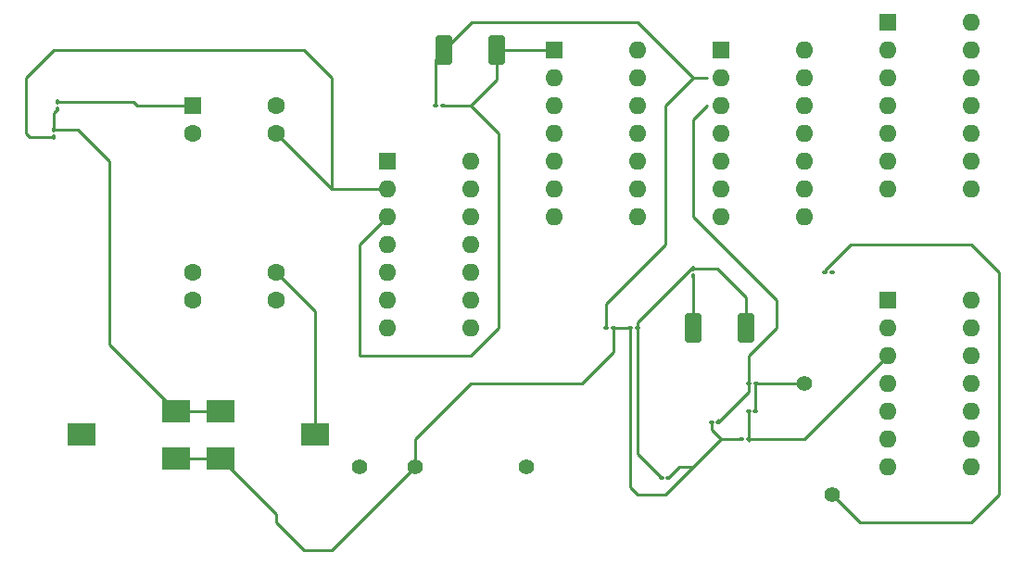
<source format=gbr>
%TF.GenerationSoftware,KiCad,Pcbnew,7.0.1*%
%TF.CreationDate,2023-04-06T21:44:55+03:00*%
%TF.ProjectId,BSPD_large,42535044-5f6c-4617-9267-652e6b696361,rev?*%
%TF.SameCoordinates,Original*%
%TF.FileFunction,Copper,L1,Top*%
%TF.FilePolarity,Positive*%
%FSLAX46Y46*%
G04 Gerber Fmt 4.6, Leading zero omitted, Abs format (unit mm)*
G04 Created by KiCad (PCBNEW 7.0.1) date 2023-04-06 21:44:55*
%MOMM*%
%LPD*%
G01*
G04 APERTURE LIST*
G04 Aperture macros list*
%AMRoundRect*
0 Rectangle with rounded corners*
0 $1 Rounding radius*
0 $2 $3 $4 $5 $6 $7 $8 $9 X,Y pos of 4 corners*
0 Add a 4 corners polygon primitive as box body*
4,1,4,$2,$3,$4,$5,$6,$7,$8,$9,$2,$3,0*
0 Add four circle primitives for the rounded corners*
1,1,$1+$1,$2,$3*
1,1,$1+$1,$4,$5*
1,1,$1+$1,$6,$7*
1,1,$1+$1,$8,$9*
0 Add four rect primitives between the rounded corners*
20,1,$1+$1,$2,$3,$4,$5,0*
20,1,$1+$1,$4,$5,$6,$7,0*
20,1,$1+$1,$6,$7,$8,$9,0*
20,1,$1+$1,$8,$9,$2,$3,0*%
G04 Aperture macros list end*
%TA.AperFunction,ComponentPad*%
%ADD10C,1.400000*%
%TD*%
%TA.AperFunction,ComponentPad*%
%ADD11R,1.600000X1.600000*%
%TD*%
%TA.AperFunction,ComponentPad*%
%ADD12O,1.600000X1.600000*%
%TD*%
%TA.AperFunction,SMDPad,CuDef*%
%ADD13RoundRect,0.100000X-0.130000X-0.100000X0.130000X-0.100000X0.130000X0.100000X-0.130000X0.100000X0*%
%TD*%
%TA.AperFunction,SMDPad,CuDef*%
%ADD14R,2.500000X2.000000*%
%TD*%
%TA.AperFunction,SMDPad,CuDef*%
%ADD15RoundRect,0.100000X0.130000X0.100000X-0.130000X0.100000X-0.130000X-0.100000X0.130000X-0.100000X0*%
%TD*%
%TA.AperFunction,ComponentPad*%
%ADD16C,1.600000*%
%TD*%
%TA.AperFunction,SMDPad,CuDef*%
%ADD17RoundRect,0.250000X-0.500000X-1.100000X0.500000X-1.100000X0.500000X1.100000X-0.500000X1.100000X0*%
%TD*%
%TA.AperFunction,SMDPad,CuDef*%
%ADD18RoundRect,0.100000X0.100000X-0.130000X0.100000X0.130000X-0.100000X0.130000X-0.100000X-0.130000X0*%
%TD*%
%TA.AperFunction,SMDPad,CuDef*%
%ADD19RoundRect,0.250000X0.500000X1.100000X-0.500000X1.100000X-0.500000X-1.100000X0.500000X-1.100000X0*%
%TD*%
%TA.AperFunction,SMDPad,CuDef*%
%ADD20RoundRect,0.100000X-0.100000X0.130000X-0.100000X-0.130000X0.100000X-0.130000X0.100000X0.130000X0*%
%TD*%
%TA.AperFunction,Conductor*%
%ADD21C,0.250000*%
%TD*%
G04 APERTURE END LIST*
D10*
%TO.P,TP4,1,1*%
%TO.N,Net-(C1-Pad2)*%
X114300000Y-83820000D03*
%TD*%
D11*
%TO.P,U1,1,CLK*%
%TO.N,unconnected-(U1-CLK-Pad1)*%
X157480000Y-43180000D03*
D12*
%TO.P,U1,2,PR*%
%TO.N,unconnected-(U1-PR-Pad2)*%
X157480000Y-45720000D03*
%TO.P,U1,3,CLR*%
%TO.N,Net-(U1-CLR-Pad3)*%
X157480000Y-48260000D03*
%TO.P,U1,4,J*%
%TO.N,Net-(U1-J-Pad4)*%
X157480000Y-50800000D03*
%TO.P,U1,5,VCC*%
%TO.N,VCC*%
X157480000Y-53340000D03*
%TO.P,U1,6,CLK*%
%TO.N,unconnected-(U1-CLK-Pad6)*%
X157480000Y-55880000D03*
%TO.P,U1,7,PR*%
%TO.N,unconnected-(U1-PR-Pad7)*%
X157480000Y-58420000D03*
%TO.P,U1,8,CLR*%
%TO.N,unconnected-(U1-CLR-Pad8)*%
X165100000Y-58420000D03*
%TO.P,U1,9,J*%
%TO.N,unconnected-(U1-J-Pad9)*%
X165100000Y-55880000D03*
%TO.P,U1,10,~{Q}*%
%TO.N,unconnected-(U1-~{Q}-Pad10)*%
X165100000Y-53340000D03*
%TO.P,U1,11,Q*%
%TO.N,unconnected-(U1-Q-Pad11)*%
X165100000Y-50800000D03*
%TO.P,U1,12,K*%
%TO.N,Net-(U1-CLR-Pad3)*%
X165100000Y-48260000D03*
%TO.P,U1,13,GND*%
%TO.N,unconnected-(U1-GND-Pad13)*%
X165100000Y-45720000D03*
%TO.P,U1,14,~{Q}*%
%TO.N,unconnected-(U1-~{Q}-Pad14)*%
X165100000Y-43180000D03*
%TD*%
D13*
%TO.P,C2,1*%
%TO.N,Net-(D2-K)*%
X131760000Y-71120000D03*
%TO.P,C2,2*%
%TO.N,Net-(C1-Pad2)*%
X132400000Y-71120000D03*
%TD*%
D14*
%TO.P,RV1,1,1*%
%TO.N,Net-(C1-Pad2)*%
X96520000Y-83040000D03*
%TO.P,RV1,2,2*%
%TO.N,Net-(U2B--)*%
X105170000Y-80890000D03*
%TO.P,RV1,3,3*%
%TO.N,Net-(R11-Pad1)*%
X96520000Y-78740000D03*
%TD*%
D15*
%TO.P,R14,1*%
%TO.N,Net-(R14-Pad1)*%
X152375000Y-66040000D03*
%TO.P,R14,2*%
%TO.N,Net-(R14-Pad2)*%
X151735000Y-66040000D03*
%TD*%
D11*
%TO.P,U3,1*%
%TO.N,Net-(R5-Pad2)*%
X111760000Y-55880000D03*
D12*
%TO.P,U3,2*%
%TO.N,Net-(R6-Pad2)*%
X111760000Y-58420000D03*
%TO.P,U3,3*%
%TO.N,Net-(D2-A)*%
X111760000Y-60960000D03*
%TO.P,U3,4*%
%TO.N,N/C*%
X111760000Y-63500000D03*
%TO.P,U3,5*%
X111760000Y-66040000D03*
%TO.P,U3,6*%
X111760000Y-68580000D03*
%TO.P,U3,7*%
X111760000Y-71120000D03*
%TO.P,U3,8*%
X119380000Y-71120000D03*
%TO.P,U3,9*%
X119380000Y-68580000D03*
%TO.P,U3,10*%
X119380000Y-66040000D03*
%TO.P,U3,11*%
X119380000Y-63500000D03*
%TO.P,U3,12*%
X119380000Y-60960000D03*
%TO.P,U3,13*%
X119380000Y-58420000D03*
%TO.P,U3,14*%
X119380000Y-55880000D03*
%TD*%
D15*
%TO.P,R12,1*%
%TO.N,Net-(U6A-+)*%
X144780000Y-81280000D03*
%TO.P,R12,2*%
%TO.N,Net-(C1-Pad2)*%
X144140000Y-81280000D03*
%TD*%
D11*
%TO.P,U4,1*%
%TO.N,Net-(D2-A)*%
X127000000Y-45720000D03*
D12*
%TO.P,U4,2*%
%TO.N,Net-(D1-A)*%
X127000000Y-48260000D03*
%TO.P,U4,3*%
%TO.N,N/C*%
X127000000Y-50800000D03*
%TO.P,U4,4*%
X127000000Y-53340000D03*
%TO.P,U4,5*%
X127000000Y-55880000D03*
%TO.P,U4,6*%
X127000000Y-58420000D03*
%TO.P,U4,7*%
X127000000Y-60960000D03*
%TO.P,U4,8*%
X134620000Y-60960000D03*
%TO.P,U4,9*%
X134620000Y-58420000D03*
%TO.P,U4,10*%
X134620000Y-55880000D03*
%TO.P,U4,11*%
X134620000Y-53340000D03*
%TO.P,U4,12*%
X134620000Y-50800000D03*
%TO.P,U4,13*%
X134620000Y-48260000D03*
%TO.P,U4,14*%
X134620000Y-45720000D03*
%TD*%
D11*
%TO.P,U2,1*%
%TO.N,Net-(R5-Pad2)*%
X93980000Y-50800000D03*
D16*
%TO.P,U2,2,-*%
%TO.N,Net-(U2A--)*%
X93980000Y-53340000D03*
%TO.P,U2,3,+*%
%TO.N,Net-(U2A-+)*%
X93980000Y-66040000D03*
%TO.P,U2,4*%
%TO.N,N/C*%
X93980000Y-68580000D03*
%TO.P,U2,5,+*%
%TO.N,Net-(U2B-+)*%
X101600000Y-68580000D03*
%TO.P,U2,6,-*%
%TO.N,Net-(U2B--)*%
X101600000Y-66040000D03*
%TO.P,U2,7*%
%TO.N,Net-(R6-Pad2)*%
X101600000Y-53340000D03*
%TO.P,U2,8*%
%TO.N,N/C*%
X101600000Y-50800000D03*
%TD*%
D11*
%TO.P,U6,1*%
%TO.N,Net-(U1-J-Pad4)*%
X157480000Y-68580000D03*
D12*
%TO.P,U6,2,-*%
%TO.N,Net-(D1-K)*%
X157480000Y-71120000D03*
%TO.P,U6,3,+*%
%TO.N,Net-(U6A-+)*%
X157480000Y-73660000D03*
%TO.P,U6,4*%
%TO.N,N/C*%
X157480000Y-76200000D03*
%TO.P,U6,5*%
X157480000Y-78740000D03*
%TO.P,U6,6*%
X157480000Y-81280000D03*
%TO.P,U6,7*%
X157480000Y-83820000D03*
%TO.P,U6,8*%
X165100000Y-83820000D03*
%TO.P,U6,9*%
X165100000Y-81280000D03*
%TO.P,U6,10*%
X165100000Y-78740000D03*
%TO.P,U6,11*%
X165100000Y-76200000D03*
%TO.P,U6,12*%
X165100000Y-73660000D03*
%TO.P,U6,13*%
X165100000Y-71120000D03*
%TO.P,U6,14*%
X165100000Y-68580000D03*
%TD*%
D15*
%TO.P,R10,1*%
%TO.N,Net-(D2-A)*%
X116815000Y-50800000D03*
%TO.P,R10,2*%
%TO.N,Net-(D2-K)*%
X116175000Y-50800000D03*
%TD*%
D17*
%TO.P,D2,1,K*%
%TO.N,Net-(D2-K)*%
X116980000Y-45720000D03*
%TO.P,D2,2,A*%
%TO.N,Net-(D2-A)*%
X121780000Y-45720000D03*
%TD*%
D13*
%TO.P,C1,1*%
%TO.N,Net-(D1-K)*%
X136798088Y-84810000D03*
%TO.P,C1,2*%
%TO.N,Net-(C1-Pad2)*%
X137438088Y-84810000D03*
%TD*%
D10*
%TO.P,TP1,1,1*%
%TO.N,Net-(U2A-+)*%
X109220000Y-83820000D03*
%TD*%
D18*
%TO.P,R5,1*%
%TO.N,VCC*%
X81625000Y-51120000D03*
%TO.P,R5,2*%
%TO.N,Net-(R5-Pad2)*%
X81625000Y-50480000D03*
%TD*%
D15*
%TO.P,C3,1*%
%TO.N,Net-(D1-K)*%
X134595000Y-71120000D03*
%TO.P,C3,2*%
%TO.N,Net-(C1-Pad2)*%
X133955000Y-71120000D03*
%TD*%
D19*
%TO.P,D1,1,K*%
%TO.N,Net-(D1-K)*%
X144500000Y-71120000D03*
%TO.P,D1,2,A*%
%TO.N,Net-(D1-A)*%
X139700000Y-71120000D03*
%TD*%
D14*
%TO.P,RV2,1,1*%
%TO.N,VCC*%
X92470000Y-78740000D03*
%TO.P,RV2,2,2*%
%TO.N,Net-(U2A--)*%
X83820000Y-80890000D03*
%TO.P,RV2,3,3*%
%TO.N,Net-(C1-Pad2)*%
X92470000Y-83040000D03*
%TD*%
D15*
%TO.P,R11,1*%
%TO.N,Net-(R11-Pad1)*%
X145420000Y-78740000D03*
%TO.P,R11,2*%
%TO.N,Net-(U6A-+)*%
X144780000Y-78740000D03*
%TD*%
D10*
%TO.P,TP2,1,1*%
%TO.N,Net-(R11-Pad1)*%
X149860000Y-76200000D03*
%TD*%
D18*
%TO.P,R9,1*%
%TO.N,Net-(D1-A)*%
X139700000Y-66360000D03*
%TO.P,R9,2*%
%TO.N,Net-(D1-K)*%
X139700000Y-65720000D03*
%TD*%
D10*
%TO.P,TP3,1,1*%
%TO.N,Net-(U2B-+)*%
X124460000Y-83820000D03*
%TD*%
%TO.P,TP5,1,1*%
%TO.N,Net-(R14-Pad2)*%
X152400000Y-86360000D03*
%TD*%
D20*
%TO.P,R6,1*%
%TO.N,Net-(R11-Pad1)*%
X81280000Y-53020000D03*
%TO.P,R6,2*%
%TO.N,Net-(R6-Pad2)*%
X81280000Y-53660000D03*
%TD*%
D11*
%TO.P,U5,1*%
%TO.N,Net-(U1-CLR-Pad3)*%
X142240000Y-45715000D03*
D12*
%TO.P,U5,2,-*%
%TO.N,Net-(D2-K)*%
X142240000Y-48255000D03*
%TO.P,U5,3,+*%
%TO.N,Net-(U5A-+)*%
X142240000Y-50795000D03*
%TO.P,U5,4*%
%TO.N,N/C*%
X142240000Y-53335000D03*
%TO.P,U5,5*%
X142240000Y-55875000D03*
%TO.P,U5,6*%
X142240000Y-58415000D03*
%TO.P,U5,7*%
X142240000Y-60955000D03*
%TO.P,U5,8*%
X149860000Y-60955000D03*
%TO.P,U5,9*%
X149860000Y-58415000D03*
%TO.P,U5,10*%
X149860000Y-55875000D03*
%TO.P,U5,11*%
X149860000Y-53335000D03*
%TO.P,U5,12*%
X149860000Y-50795000D03*
%TO.P,U5,13*%
X149860000Y-48255000D03*
%TO.P,U5,14*%
X149860000Y-45715000D03*
%TD*%
D15*
%TO.P,R8,1*%
%TO.N,Net-(U5A-+)*%
X142035576Y-79730000D03*
%TO.P,R8,2*%
%TO.N,Net-(C1-Pad2)*%
X141395576Y-79730000D03*
%TD*%
%TO.P,R7,1*%
%TO.N,Net-(R11-Pad1)*%
X145445000Y-76200000D03*
%TO.P,R7,2*%
%TO.N,Net-(U5A-+)*%
X144805000Y-76200000D03*
%TD*%
D21*
%TO.N,Net-(R5-Pad2)*%
X86360000Y-50480000D02*
X88580000Y-50480000D01*
X88900000Y-50800000D02*
X93980000Y-50800000D01*
X88580000Y-50480000D02*
X88900000Y-50800000D01*
X81625000Y-50480000D02*
X86360000Y-50480000D01*
%TO.N,Net-(R11-Pad1)*%
X145445000Y-76200000D02*
X145420000Y-76225000D01*
X145420000Y-76225000D02*
X145420000Y-78740000D01*
X149860000Y-76200000D02*
X145445000Y-76200000D01*
%TO.N,Net-(R6-Pad2)*%
X106680000Y-48260000D02*
X106680000Y-58420000D01*
X101600000Y-53340000D02*
X106680000Y-58420000D01*
X106680000Y-58420000D02*
X111760000Y-58420000D01*
X78740000Y-53340000D02*
X78740000Y-48260000D01*
X78740000Y-48260000D02*
X81280000Y-45720000D01*
X81280000Y-53660000D02*
X79060000Y-53660000D01*
X81280000Y-45720000D02*
X104140000Y-45720000D01*
X79060000Y-53660000D02*
X78740000Y-53340000D01*
X104140000Y-45720000D02*
X106680000Y-48260000D01*
%TO.N,Net-(C1-Pad2)*%
X141395576Y-79730000D02*
X141395576Y-80435576D01*
X139700000Y-83820000D02*
X138428088Y-83820000D01*
X96520000Y-83040000D02*
X101600000Y-88120000D01*
X101600000Y-88900000D02*
X104140000Y-91440000D01*
X106680000Y-91440000D02*
X114300000Y-83820000D01*
X132400000Y-71120000D02*
X133955000Y-71120000D01*
X141395576Y-80435576D02*
X142240000Y-81280000D01*
X137160000Y-86360000D02*
X139700000Y-83820000D01*
X114300000Y-81280000D02*
X114300000Y-83820000D01*
X132400000Y-73340000D02*
X129540000Y-76200000D01*
X104140000Y-91440000D02*
X106680000Y-91440000D01*
X119380000Y-76200000D02*
X114300000Y-81280000D01*
X138428088Y-83820000D02*
X137438088Y-84810000D01*
X142240000Y-81280000D02*
X139700000Y-83820000D01*
X129540000Y-76200000D02*
X119380000Y-76200000D01*
X133955000Y-85695000D02*
X134620000Y-86360000D01*
X133955000Y-71120000D02*
X133955000Y-85695000D01*
X142240000Y-81280000D02*
X144140000Y-81280000D01*
X92470000Y-83040000D02*
X96520000Y-83040000D01*
X101600000Y-88120000D02*
X101600000Y-88900000D01*
X132400000Y-71120000D02*
X132400000Y-73340000D01*
X134620000Y-86360000D02*
X137160000Y-86360000D01*
%TO.N,Net-(U2B--)*%
X105170000Y-69610000D02*
X101600000Y-66040000D01*
X105170000Y-80890000D02*
X105170000Y-69610000D01*
%TO.N,Net-(R14-Pad2)*%
X151735000Y-65848959D02*
X154083959Y-63500000D01*
X154940000Y-88900000D02*
X165100000Y-88900000D01*
X167640000Y-66040000D02*
X167640000Y-86360000D01*
X151735000Y-66040000D02*
X151735000Y-65848959D01*
X152400000Y-86360000D02*
X154940000Y-88900000D01*
X165100000Y-63500000D02*
X167640000Y-66040000D01*
X154083959Y-63500000D02*
X165100000Y-63500000D01*
X167640000Y-86360000D02*
X165100000Y-88900000D01*
%TO.N,VCC*%
X86360000Y-72630000D02*
X92470000Y-78740000D01*
X86360000Y-55880000D02*
X86360000Y-72630000D01*
X81280000Y-51465000D02*
X81625000Y-51120000D01*
X83500000Y-53020000D02*
X86360000Y-55880000D01*
X92470000Y-78740000D02*
X96520000Y-78740000D01*
X81280000Y-53020000D02*
X83500000Y-53020000D01*
X81280000Y-53020000D02*
X81280000Y-51465000D01*
%TO.N,Net-(U5A-+)*%
X139700000Y-58420000D02*
X139700000Y-52075000D01*
X139700000Y-58870000D02*
X139700000Y-58420000D01*
X144805000Y-76200000D02*
X144805000Y-73685000D01*
X144805000Y-73685000D02*
X144780000Y-73660000D01*
X144780000Y-73660000D02*
X147320000Y-71120000D01*
X147320000Y-71120000D02*
X147320000Y-68580000D01*
X144805000Y-76200000D02*
X144805000Y-76960576D01*
X147320000Y-68580000D02*
X142240000Y-63500000D01*
X142035576Y-79538959D02*
X142035576Y-79730000D01*
X139700000Y-60960000D02*
X142240000Y-63500000D01*
X139700000Y-52075000D02*
X140980000Y-50795000D01*
X139700000Y-58420000D02*
X139700000Y-60960000D01*
X144805000Y-76960576D02*
X142035576Y-79730000D01*
%TO.N,Net-(D1-A)*%
X139700000Y-66360000D02*
X139700000Y-71120000D01*
X139725000Y-71095000D02*
X139700000Y-71120000D01*
%TO.N,Net-(D1-K)*%
X144500000Y-71120000D02*
X144500000Y-68300000D01*
X144805000Y-71005000D02*
X144920000Y-71120000D01*
X134595000Y-71120000D02*
X134620000Y-71120000D01*
X144500000Y-68300000D02*
X141920000Y-65720000D01*
X134620000Y-73660000D02*
X134620000Y-82631912D01*
X134595000Y-71120000D02*
X134595000Y-73635000D01*
X139700000Y-65720000D02*
X139508959Y-65720000D01*
X139508959Y-65720000D02*
X134595000Y-70633959D01*
X134595000Y-70633959D02*
X134595000Y-71120000D01*
X134620000Y-82631912D02*
X136798088Y-84810000D01*
X134595000Y-73635000D02*
X134620000Y-73660000D01*
X141920000Y-65720000D02*
X139700000Y-65720000D01*
%TO.N,Net-(D2-A)*%
X119380000Y-50800000D02*
X121780000Y-48400000D01*
X121780000Y-48400000D02*
X121780000Y-45720000D01*
X109220000Y-63500000D02*
X109220000Y-73660000D01*
X127000000Y-45720000D02*
X121780000Y-45720000D01*
X109220000Y-73660000D02*
X119380000Y-73660000D01*
X119380000Y-73660000D02*
X121920000Y-71120000D01*
X111760000Y-60960000D02*
X109220000Y-63500000D01*
X121920000Y-71120000D02*
X121920000Y-53340000D01*
X121920000Y-53340000D02*
X119380000Y-50800000D01*
X119380000Y-50800000D02*
X116815000Y-50800000D01*
%TO.N,Net-(D2-K)*%
X139705000Y-48255000D02*
X140980000Y-48255000D01*
X116980000Y-45720000D02*
X116175000Y-46525000D01*
X139700000Y-48260000D02*
X137160000Y-50800000D01*
X137160000Y-50800000D02*
X137160000Y-63500000D01*
X131760000Y-68900000D02*
X131760000Y-71120000D01*
X139700000Y-48260000D02*
X139705000Y-48255000D01*
X134620000Y-43180000D02*
X139700000Y-48260000D01*
X119520000Y-43180000D02*
X116980000Y-45720000D01*
X137160000Y-63500000D02*
X131760000Y-68900000D01*
X116175000Y-46525000D02*
X116175000Y-50800000D01*
X134620000Y-43180000D02*
X119520000Y-43180000D01*
%TO.N,Net-(U6A-+)*%
X157480000Y-73660000D02*
X149860000Y-81280000D01*
X149860000Y-81280000D02*
X144780000Y-81280000D01*
X144780000Y-81280000D02*
X144780000Y-81471041D01*
X144780000Y-78740000D02*
X144780000Y-81280000D01*
%TD*%
M02*

</source>
